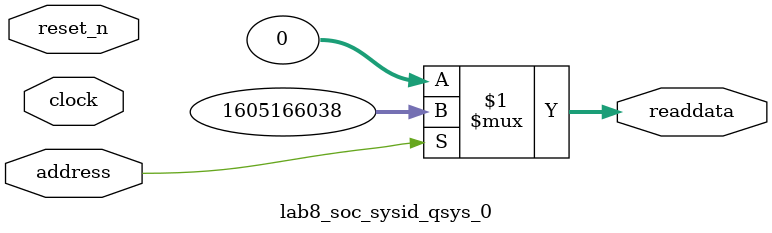
<source format=v>



// synthesis translate_off
`timescale 1ns / 1ps
// synthesis translate_on

// turn off superfluous verilog processor warnings 
// altera message_level Level1 
// altera message_off 10034 10035 10036 10037 10230 10240 10030 

module lab8_soc_sysid_qsys_0 (
               // inputs:
                address,
                clock,
                reset_n,

               // outputs:
                readdata
             )
;

  output  [ 31: 0] readdata;
  input            address;
  input            clock;
  input            reset_n;

  wire    [ 31: 0] readdata;
  //control_slave, which is an e_avalon_slave
  assign readdata = address ? 1605166038 : 0;

endmodule



</source>
